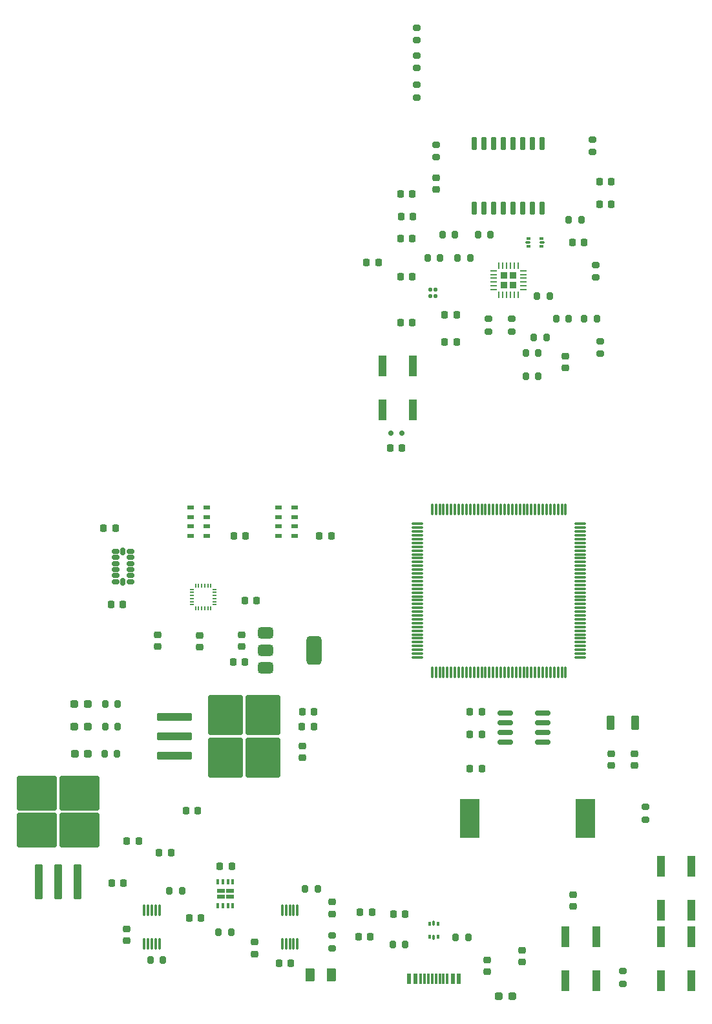
<source format=gbr>
%TF.GenerationSoftware,KiCad,Pcbnew,9.0.6*%
%TF.CreationDate,2025-12-25T01:52:07-08:00*%
%TF.ProjectId,Breakout V1,42726561-6b6f-4757-9420-56312e6b6963,rev?*%
%TF.SameCoordinates,Original*%
%TF.FileFunction,Paste,Top*%
%TF.FilePolarity,Positive*%
%FSLAX46Y46*%
G04 Gerber Fmt 4.6, Leading zero omitted, Abs format (unit mm)*
G04 Created by KiCad (PCBNEW 9.0.6) date 2025-12-25 01:52:07*
%MOMM*%
%LPD*%
G01*
G04 APERTURE LIST*
G04 Aperture macros list*
%AMRoundRect*
0 Rectangle with rounded corners*
0 $1 Rounding radius*
0 $2 $3 $4 $5 $6 $7 $8 $9 X,Y pos of 4 corners*
0 Add a 4 corners polygon primitive as box body*
4,1,4,$2,$3,$4,$5,$6,$7,$8,$9,$2,$3,0*
0 Add four circle primitives for the rounded corners*
1,1,$1+$1,$2,$3*
1,1,$1+$1,$4,$5*
1,1,$1+$1,$6,$7*
1,1,$1+$1,$8,$9*
0 Add four rect primitives between the rounded corners*
20,1,$1+$1,$2,$3,$4,$5,0*
20,1,$1+$1,$4,$5,$6,$7,0*
20,1,$1+$1,$6,$7,$8,$9,0*
20,1,$1+$1,$8,$9,$2,$3,0*%
G04 Aperture macros list end*
%ADD10RoundRect,0.200000X-0.200000X-0.275000X0.200000X-0.275000X0.200000X0.275000X-0.200000X0.275000X0*%
%ADD11RoundRect,0.190000X0.190000X-0.635000X0.190000X0.635000X-0.190000X0.635000X-0.190000X-0.635000X0*%
%ADD12RoundRect,0.117500X-0.117500X0.142500X-0.117500X-0.142500X0.117500X-0.142500X0.117500X0.142500X0*%
%ADD13RoundRect,0.150000X-0.150000X-0.200000X0.150000X-0.200000X0.150000X0.200000X-0.150000X0.200000X0*%
%ADD14RoundRect,0.200000X0.275000X-0.200000X0.275000X0.200000X-0.275000X0.200000X-0.275000X-0.200000X0*%
%ADD15RoundRect,0.200000X-0.275000X0.200000X-0.275000X-0.200000X0.275000X-0.200000X0.275000X0.200000X0*%
%ADD16RoundRect,0.075000X-0.075000X0.650000X-0.075000X-0.650000X0.075000X-0.650000X0.075000X0.650000X0*%
%ADD17RoundRect,0.200000X0.200000X0.275000X-0.200000X0.275000X-0.200000X-0.275000X0.200000X-0.275000X0*%
%ADD18RoundRect,0.225000X-0.225000X-0.250000X0.225000X-0.250000X0.225000X0.250000X-0.225000X0.250000X0*%
%ADD19RoundRect,0.225000X0.225000X0.250000X-0.225000X0.250000X-0.225000X-0.250000X0.225000X-0.250000X0*%
%ADD20RoundRect,0.225000X0.250000X-0.225000X0.250000X0.225000X-0.250000X0.225000X-0.250000X-0.225000X0*%
%ADD21RoundRect,0.375000X-0.625000X-0.375000X0.625000X-0.375000X0.625000X0.375000X-0.625000X0.375000X0*%
%ADD22RoundRect,0.500000X-0.500000X-1.400000X0.500000X-1.400000X0.500000X1.400000X-0.500000X1.400000X0*%
%ADD23R,0.350000X0.650000*%
%ADD24R,1.000000X0.600000*%
%ADD25RoundRect,0.250000X2.375000X-2.025000X2.375000X2.025000X-2.375000X2.025000X-2.375000X-2.025000X0*%
%ADD26RoundRect,0.250000X0.300000X-2.050000X0.300000X2.050000X-0.300000X2.050000X-0.300000X-2.050000X0*%
%ADD27RoundRect,0.093750X-0.156250X-0.093750X0.156250X-0.093750X0.156250X0.093750X-0.156250X0.093750X0*%
%ADD28RoundRect,0.075000X-0.250000X-0.075000X0.250000X-0.075000X0.250000X0.075000X-0.250000X0.075000X0*%
%ADD29RoundRect,0.062500X-0.062500X-0.375000X0.062500X-0.375000X0.062500X0.375000X-0.062500X0.375000X0*%
%ADD30RoundRect,0.062500X-0.375000X-0.062500X0.375000X-0.062500X0.375000X0.062500X-0.375000X0.062500X0*%
%ADD31RoundRect,0.232500X-0.232500X-0.232500X0.232500X-0.232500X0.232500X0.232500X-0.232500X0.232500X0*%
%ADD32R,1.000000X2.750000*%
%ADD33RoundRect,0.250000X-0.275000X-0.700000X0.275000X-0.700000X0.275000X0.700000X-0.275000X0.700000X0*%
%ADD34RoundRect,0.237500X-0.287500X-0.237500X0.287500X-0.237500X0.287500X0.237500X-0.287500X0.237500X0*%
%ADD35RoundRect,0.218750X0.218750X0.256250X-0.218750X0.256250X-0.218750X-0.256250X0.218750X-0.256250X0*%
%ADD36RoundRect,0.218750X-0.256250X0.218750X-0.256250X-0.218750X0.256250X-0.218750X0.256250X0.218750X0*%
%ADD37RoundRect,0.218750X-0.218750X-0.256250X0.218750X-0.256250X0.218750X0.256250X-0.218750X0.256250X0*%
%ADD38RoundRect,0.250000X-0.375000X-0.625000X0.375000X-0.625000X0.375000X0.625000X-0.375000X0.625000X0*%
%ADD39R,0.600000X1.450000*%
%ADD40R,0.300000X1.450000*%
%ADD41RoundRect,0.225000X-0.250000X0.225000X-0.250000X-0.225000X0.250000X-0.225000X0.250000X0.225000X0*%
%ADD42R,2.500000X5.100000*%
%ADD43RoundRect,0.218750X0.256250X-0.218750X0.256250X0.218750X-0.256250X0.218750X-0.256250X-0.218750X0*%
%ADD44RoundRect,0.050000X-0.225000X-0.050000X0.225000X-0.050000X0.225000X0.050000X-0.225000X0.050000X0*%
%ADD45RoundRect,0.050000X0.050000X-0.225000X0.050000X0.225000X-0.050000X0.225000X-0.050000X-0.225000X0*%
%ADD46RoundRect,0.093750X0.093750X-0.156250X0.093750X0.156250X-0.093750X0.156250X-0.093750X-0.156250X0*%
%ADD47RoundRect,0.075000X0.075000X-0.250000X0.075000X0.250000X-0.075000X0.250000X-0.075000X-0.250000X0*%
%ADD48R,0.950000X0.550000*%
%ADD49RoundRect,0.150000X-0.325000X-0.150000X0.325000X-0.150000X0.325000X0.150000X-0.325000X0.150000X0*%
%ADD50RoundRect,0.150000X-0.150000X-0.325000X0.150000X-0.325000X0.150000X0.325000X-0.150000X0.325000X0*%
%ADD51RoundRect,0.075000X0.662500X0.075000X-0.662500X0.075000X-0.662500X-0.075000X0.662500X-0.075000X0*%
%ADD52RoundRect,0.075000X0.075000X0.662500X-0.075000X0.662500X-0.075000X-0.662500X0.075000X-0.662500X0*%
%ADD53RoundRect,0.150000X-0.825000X-0.150000X0.825000X-0.150000X0.825000X0.150000X-0.825000X0.150000X0*%
%ADD54RoundRect,0.250000X-2.025000X-2.375000X2.025000X-2.375000X2.025000X2.375000X-2.025000X2.375000X0*%
%ADD55RoundRect,0.250000X-2.050000X-0.300000X2.050000X-0.300000X2.050000X0.300000X-2.050000X0.300000X0*%
G04 APERTURE END LIST*
D10*
%TO.C,R24*%
X234000000Y-53562500D03*
X235650000Y-53562500D03*
%TD*%
D11*
%TO.C,U15*%
X233500000Y-50072500D03*
X234770000Y-50072500D03*
X236040000Y-50072500D03*
X237310000Y-50072500D03*
X238580000Y-50072500D03*
X239850000Y-50072500D03*
X241120000Y-50072500D03*
X242390000Y-50072500D03*
X242390000Y-41562500D03*
X241120000Y-41562500D03*
X239850000Y-41562500D03*
X238580000Y-41562500D03*
X237310000Y-41562500D03*
X236040000Y-41562500D03*
X234770000Y-41562500D03*
X233500000Y-41562500D03*
%TD*%
D12*
%TO.C,Y3*%
X227755000Y-60742500D03*
X227755000Y-61562500D03*
X228425000Y-61562500D03*
X228425000Y-60742500D03*
%TD*%
D13*
%TO.C,U23*%
X224000000Y-79500000D03*
X222600000Y-79500000D03*
%TD*%
D14*
%TO.C,R19*%
X235425000Y-66212500D03*
X235425000Y-64562500D03*
%TD*%
D15*
%TO.C,R27*%
X249000000Y-42712500D03*
X249000000Y-41062500D03*
%TD*%
D16*
%TO.C,U13*%
X210353412Y-146400000D03*
X209853412Y-146400000D03*
X209353412Y-146400000D03*
X208853412Y-146400000D03*
X208353412Y-146400000D03*
X208353412Y-142000000D03*
X208853412Y-142000000D03*
X209353412Y-142000000D03*
X209853412Y-142000000D03*
X210353412Y-142000000D03*
%TD*%
D17*
%TO.C,R15*%
X241925000Y-72062500D03*
X240275000Y-72062500D03*
%TD*%
%TO.C,R16*%
X241925000Y-69062500D03*
X240275000Y-69062500D03*
%TD*%
%TO.C,R17*%
X249575000Y-64562500D03*
X247925000Y-64562500D03*
%TD*%
D18*
%TO.C,C12*%
X202000000Y-93000000D03*
X203550000Y-93000000D03*
%TD*%
D19*
%TO.C,C16*%
X197275000Y-129000000D03*
X195725000Y-129000000D03*
%TD*%
D20*
%TO.C,C15*%
X188000000Y-144450000D03*
X188000000Y-146000000D03*
%TD*%
D14*
%TO.C,R22*%
X250000000Y-67500000D03*
X250000000Y-69150000D03*
%TD*%
D21*
%TO.C,U12*%
X206200000Y-105700000D03*
X206200000Y-108000000D03*
D22*
X212500000Y-108000000D03*
D21*
X206200000Y-110300000D03*
%TD*%
D23*
%TO.C,U4*%
X201890000Y-141412500D03*
X201240000Y-141412500D03*
X200590000Y-141412500D03*
X199940000Y-141412500D03*
X199940000Y-138312500D03*
X200590000Y-138312500D03*
X201240000Y-138312500D03*
X201890000Y-138312500D03*
D24*
X200315000Y-140250000D03*
X201515000Y-140250000D03*
X200315000Y-139475000D03*
X201515000Y-139475000D03*
%TD*%
D17*
%TO.C,R26*%
X247575000Y-51562500D03*
X245925000Y-51562500D03*
%TD*%
D25*
%TO.C,U11*%
X176225000Y-131550000D03*
X181775000Y-131550000D03*
X176225000Y-126700000D03*
X181775000Y-126700000D03*
D26*
X176460000Y-138275000D03*
X179000000Y-138275000D03*
X181540000Y-138275000D03*
%TD*%
D27*
%TO.C,U16*%
X242350000Y-54025000D03*
D28*
X242425000Y-54562500D03*
D27*
X242350000Y-55100000D03*
X240650000Y-55100000D03*
D28*
X240575000Y-54562500D03*
D27*
X240650000Y-54025000D03*
%TD*%
D17*
%TO.C,R20*%
X245925000Y-64562500D03*
X244275000Y-64562500D03*
%TD*%
D29*
%TO.C,U14*%
X236750000Y-57562500D03*
X237250000Y-57562500D03*
X237750000Y-57562500D03*
X238250000Y-57562500D03*
X238750000Y-57562500D03*
X239250000Y-57562500D03*
D30*
X239937500Y-58250000D03*
X239937500Y-58750000D03*
X239937500Y-59250000D03*
X239937500Y-59750000D03*
X239937500Y-60250000D03*
X239937500Y-60750000D03*
D29*
X239250000Y-61437500D03*
X238750000Y-61437500D03*
X238250000Y-61437500D03*
X237750000Y-61437500D03*
X237250000Y-61437500D03*
X236750000Y-61437500D03*
D30*
X236062500Y-60750000D03*
X236062500Y-60250000D03*
X236062500Y-59750000D03*
X236062500Y-59250000D03*
X236062500Y-58750000D03*
X236062500Y-58250000D03*
D31*
X238625000Y-60125000D03*
X238625000Y-58875000D03*
X237375000Y-60125000D03*
X237375000Y-58875000D03*
%TD*%
D15*
%TO.C,R28*%
X228500000Y-41737500D03*
X228500000Y-43387500D03*
%TD*%
D10*
%TO.C,R23*%
X229350000Y-53562500D03*
X231000000Y-53562500D03*
%TD*%
D32*
%TO.C,SW1*%
X225500000Y-70740000D03*
X225500000Y-76500000D03*
X221500000Y-70740000D03*
X221500000Y-76500000D03*
%TD*%
%TO.C,SW2*%
X249500000Y-145500000D03*
X249500000Y-151260000D03*
X245500000Y-145500000D03*
X245500000Y-151260000D03*
%TD*%
D33*
%TO.C,Y1*%
X251425000Y-117500000D03*
X254575000Y-117500000D03*
%TD*%
D34*
%TO.C,D4*%
X181162500Y-121500000D03*
X182912500Y-121500000D03*
%TD*%
D35*
%TO.C,D5*%
X193787500Y-134500000D03*
X192212500Y-134500000D03*
%TD*%
D36*
%TO.C,D6*%
X214853412Y-142500000D03*
X214853412Y-140925000D03*
%TD*%
D37*
%TO.C,D7*%
X222925000Y-142500000D03*
X224500000Y-142500000D03*
%TD*%
D35*
%TO.C,D8*%
X209500000Y-149000000D03*
X207925000Y-149000000D03*
%TD*%
D36*
%TO.C,F1*%
X239750000Y-147250000D03*
X239750000Y-148825000D03*
%TD*%
D38*
%TO.C,F2*%
X214800000Y-150500000D03*
X212000000Y-150500000D03*
%TD*%
D34*
%TO.C,FB1*%
X238500000Y-153250000D03*
X236750000Y-153250000D03*
%TD*%
D39*
%TO.C,J4*%
X225000000Y-151027471D03*
X225800000Y-151027471D03*
D40*
X227000000Y-151027471D03*
X228000000Y-151027471D03*
X228500000Y-151027471D03*
X229500000Y-151027471D03*
D39*
X230700000Y-151027471D03*
X231500000Y-151027471D03*
X231500000Y-151027471D03*
X230700000Y-151027471D03*
D40*
X230000000Y-151027471D03*
X229000000Y-151027471D03*
X227500000Y-151027471D03*
X226500000Y-151027471D03*
D39*
X225800000Y-151027471D03*
X225000000Y-151027471D03*
%TD*%
D19*
%TO.C,L1*%
X219425000Y-57182500D03*
X220975000Y-57182500D03*
%TD*%
D17*
%TO.C,R1*%
X201665000Y-144893749D03*
X200015000Y-144893749D03*
%TD*%
%TO.C,R2*%
X224500000Y-146500000D03*
X222850000Y-146500000D03*
%TD*%
D10*
%TO.C,R3*%
X231100000Y-145545000D03*
X232750000Y-145545000D03*
%TD*%
%TO.C,R4*%
X186825000Y-115000000D03*
X185175000Y-115000000D03*
%TD*%
%TO.C,R5*%
X186825000Y-118000000D03*
X185175000Y-118000000D03*
%TD*%
%TO.C,R6*%
X185087500Y-121500000D03*
X186737500Y-121500000D03*
%TD*%
%TO.C,R7*%
X191100000Y-148500000D03*
X192750000Y-148500000D03*
%TD*%
D14*
%TO.C,R8*%
X214853412Y-145350000D03*
X214853412Y-147000000D03*
%TD*%
D10*
%TO.C,R9*%
X211350000Y-139250000D03*
X213000000Y-139250000D03*
%TD*%
D14*
%TO.C,R10*%
X256000000Y-130150000D03*
X256000000Y-128500000D03*
%TD*%
D15*
%TO.C,R11*%
X253000000Y-150000000D03*
X253000000Y-151650000D03*
%TD*%
D10*
%TO.C,R12*%
X243000000Y-67000000D03*
X241350000Y-67000000D03*
%TD*%
D17*
%TO.C,R13*%
X243425000Y-61562500D03*
X241775000Y-61562500D03*
%TD*%
D15*
%TO.C,R14*%
X249425000Y-57500000D03*
X249425000Y-59150000D03*
%TD*%
D41*
%TO.C,C31*%
X245500000Y-71000000D03*
X245500000Y-69450000D03*
%TD*%
D19*
%TO.C,C32*%
X231200000Y-67562500D03*
X229650000Y-67562500D03*
%TD*%
%TO.C,C33*%
X229650000Y-64062500D03*
X231200000Y-64062500D03*
%TD*%
%TO.C,C34*%
X223875000Y-48182500D03*
X225425000Y-48182500D03*
%TD*%
D18*
%TO.C,C35*%
X251475000Y-49562500D03*
X249925000Y-49562500D03*
%TD*%
%TO.C,C36*%
X251475000Y-46562500D03*
X249925000Y-46562500D03*
%TD*%
D19*
%TO.C,C37*%
X225425000Y-54062500D03*
X223875000Y-54062500D03*
%TD*%
D18*
%TO.C,C38*%
X223925000Y-51182500D03*
X225475000Y-51182500D03*
%TD*%
%TO.C,C2*%
X203450000Y-101500000D03*
X205000000Y-101500000D03*
%TD*%
D41*
%TO.C,C3*%
X192000000Y-105950000D03*
X192000000Y-107500000D03*
%TD*%
D42*
%TO.C,BT1*%
X248100000Y-130000000D03*
X232900000Y-130000000D03*
%TD*%
D20*
%TO.C,C1*%
X197500000Y-107550000D03*
X197500000Y-106000000D03*
%TD*%
D19*
%TO.C,C39*%
X247925000Y-54562500D03*
X246375000Y-54562500D03*
%TD*%
D41*
%TO.C,C40*%
X228500000Y-46062500D03*
X228500000Y-47612500D03*
%TD*%
D43*
%TO.C,D1*%
X235250000Y-148500000D03*
X235250000Y-150075000D03*
%TD*%
D34*
%TO.C,D3*%
X182875000Y-118000000D03*
X181125000Y-118000000D03*
%TD*%
%TO.C,D2*%
X181125000Y-115000000D03*
X182875000Y-115000000D03*
%TD*%
D10*
%TO.C,R32*%
X193600000Y-139500000D03*
X195250000Y-139500000D03*
%TD*%
D41*
%TO.C,C14*%
X246500000Y-141550000D03*
X246500000Y-140000000D03*
%TD*%
D19*
%TO.C,C17*%
X187550000Y-138500000D03*
X186000000Y-138500000D03*
%TD*%
%TO.C,C18*%
X203500000Y-109500000D03*
X201950000Y-109500000D03*
%TD*%
D20*
%TO.C,C19*%
X211000000Y-122050000D03*
X211000000Y-120500000D03*
%TD*%
D19*
%TO.C,C20*%
X189550000Y-133000000D03*
X188000000Y-133000000D03*
%TD*%
D20*
%TO.C,C21*%
X203000000Y-107500000D03*
X203000000Y-105950000D03*
%TD*%
D18*
%TO.C,C22*%
X220128412Y-142250000D03*
X218578412Y-142250000D03*
%TD*%
%TO.C,C23*%
X219903412Y-145500000D03*
X218353412Y-145500000D03*
%TD*%
D20*
%TO.C,C24*%
X204750000Y-147750000D03*
X204750000Y-146200000D03*
%TD*%
D18*
%TO.C,C25*%
X211000000Y-116000000D03*
X212550000Y-116000000D03*
%TD*%
D19*
%TO.C,C26*%
X212500000Y-118000000D03*
X210950000Y-118000000D03*
%TD*%
D41*
%TO.C,C27*%
X251500000Y-121500000D03*
X251500000Y-123050000D03*
%TD*%
%TO.C,C28*%
X254500000Y-121500000D03*
X254500000Y-123050000D03*
%TD*%
D18*
%TO.C,C29*%
X223875000Y-59062500D03*
X225425000Y-59062500D03*
%TD*%
D19*
%TO.C,C30*%
X223875000Y-65062500D03*
X225425000Y-65062500D03*
%TD*%
D44*
%TO.C,U2*%
X196500000Y-100000000D03*
X196500000Y-100400000D03*
X196500000Y-100800000D03*
X196500000Y-101200000D03*
X196500000Y-101600000D03*
X196500000Y-102000000D03*
D45*
X197000000Y-102500000D03*
X197400000Y-102500000D03*
X197800000Y-102500000D03*
X198200000Y-102500000D03*
X198600000Y-102500000D03*
X199000000Y-102500000D03*
D44*
X199500000Y-102000000D03*
X199500000Y-101600000D03*
X199500000Y-101200000D03*
X199500000Y-100800000D03*
X199500000Y-100400000D03*
X199500000Y-100000000D03*
D45*
X199000000Y-99500000D03*
X198600000Y-99500000D03*
X198200000Y-99500000D03*
X197800000Y-99500000D03*
X197400000Y-99500000D03*
X197000000Y-99500000D03*
%TD*%
D15*
%TO.C,R29*%
X226000000Y-33912500D03*
X226000000Y-35562500D03*
%TD*%
D18*
%TO.C,C8*%
X232950000Y-123500000D03*
X234500000Y-123500000D03*
%TD*%
D19*
%TO.C,C9*%
X234500000Y-116000000D03*
X232950000Y-116000000D03*
%TD*%
D18*
%TO.C,C6*%
X196200000Y-143000000D03*
X197750000Y-143000000D03*
%TD*%
%TO.C,C7*%
X200200000Y-136250000D03*
X201750000Y-136250000D03*
%TD*%
D10*
%TO.C,R25*%
X231350000Y-56562500D03*
X233000000Y-56562500D03*
%TD*%
D46*
%TO.C,U8*%
X227675000Y-145495000D03*
D47*
X228212500Y-145570000D03*
D46*
X228750000Y-145495000D03*
X228750000Y-143795000D03*
D47*
X228212500Y-143720000D03*
D46*
X227675000Y-143795000D03*
%TD*%
D14*
%TO.C,R31*%
X226000000Y-28062500D03*
X226000000Y-26412500D03*
%TD*%
D48*
%TO.C,U7*%
X196350000Y-93000000D03*
X196350000Y-91750000D03*
X196350000Y-90500000D03*
X196350000Y-89250000D03*
X198500000Y-89250000D03*
X198500000Y-90500000D03*
X198500000Y-91750000D03*
X198500000Y-93000000D03*
%TD*%
D17*
%TO.C,R21*%
X229075000Y-56562500D03*
X227425000Y-56562500D03*
%TD*%
D49*
%TO.C,U3*%
X186500000Y-95000000D03*
X186500000Y-95800000D03*
X186500000Y-96600000D03*
X186500000Y-97400000D03*
X186500000Y-98200000D03*
X186500000Y-99000000D03*
D50*
X187500000Y-99000000D03*
D49*
X188500000Y-99000000D03*
X188500000Y-98200000D03*
X188500000Y-97400000D03*
X188500000Y-96600000D03*
X188500000Y-95800000D03*
X188500000Y-95000000D03*
D50*
X187500000Y-95000000D03*
%TD*%
D18*
%TO.C,C11*%
X213225000Y-93000000D03*
X214775000Y-93000000D03*
%TD*%
D48*
%TO.C,U6*%
X210000000Y-93000000D03*
X210000000Y-91750000D03*
X210000000Y-90500000D03*
X210000000Y-89250000D03*
X207850000Y-89250000D03*
X207850000Y-90500000D03*
X207850000Y-91750000D03*
X207850000Y-93000000D03*
%TD*%
D32*
%TO.C,SW4*%
X262000000Y-145500000D03*
X262000000Y-151260000D03*
X258000000Y-145500000D03*
X258000000Y-151260000D03*
%TD*%
D51*
%TO.C,U1*%
X247412500Y-108912500D03*
X247412500Y-108412500D03*
X247412500Y-107912500D03*
X247412500Y-107412500D03*
X247412500Y-106912500D03*
X247412500Y-106412500D03*
X247412500Y-105912500D03*
X247412500Y-105412500D03*
X247412500Y-104912500D03*
X247412500Y-104412500D03*
X247412500Y-103912500D03*
X247412500Y-103412500D03*
X247412500Y-102912500D03*
X247412500Y-102412500D03*
X247412500Y-101912500D03*
X247412500Y-101412500D03*
X247412500Y-100912500D03*
X247412500Y-100412500D03*
X247412500Y-99912500D03*
X247412500Y-99412500D03*
X247412500Y-98912500D03*
X247412500Y-98412500D03*
X247412500Y-97912500D03*
X247412500Y-97412500D03*
X247412500Y-96912500D03*
X247412500Y-96412500D03*
X247412500Y-95912500D03*
X247412500Y-95412500D03*
X247412500Y-94912500D03*
X247412500Y-94412500D03*
X247412500Y-93912500D03*
X247412500Y-93412500D03*
X247412500Y-92912500D03*
X247412500Y-92412500D03*
X247412500Y-91912500D03*
X247412500Y-91412500D03*
D52*
X245500000Y-89500000D03*
X245000000Y-89500000D03*
X244500000Y-89500000D03*
X244000000Y-89500000D03*
X243500000Y-89500000D03*
X243000000Y-89500000D03*
X242500000Y-89500000D03*
X242000000Y-89500000D03*
X241500000Y-89500000D03*
X241000000Y-89500000D03*
X240500000Y-89500000D03*
X240000000Y-89500000D03*
X239500000Y-89500000D03*
X239000000Y-89500000D03*
X238500000Y-89500000D03*
X238000000Y-89500000D03*
X237500000Y-89500000D03*
X237000000Y-89500000D03*
X236500000Y-89500000D03*
X236000000Y-89500000D03*
X235500000Y-89500000D03*
X235000000Y-89500000D03*
X234500000Y-89500000D03*
X234000000Y-89500000D03*
X233500000Y-89500000D03*
X233000000Y-89500000D03*
X232500000Y-89500000D03*
X232000000Y-89500000D03*
X231500000Y-89500000D03*
X231000000Y-89500000D03*
X230500000Y-89500000D03*
X230000000Y-89500000D03*
X229500000Y-89500000D03*
X229000000Y-89500000D03*
X228500000Y-89500000D03*
X228000000Y-89500000D03*
D51*
X226087500Y-91412500D03*
X226087500Y-91912500D03*
X226087500Y-92412500D03*
X226087500Y-92912500D03*
X226087500Y-93412500D03*
X226087500Y-93912500D03*
X226087500Y-94412500D03*
X226087500Y-94912500D03*
X226087500Y-95412500D03*
X226087500Y-95912500D03*
X226087500Y-96412500D03*
X226087500Y-96912500D03*
X226087500Y-97412500D03*
X226087500Y-97912500D03*
X226087500Y-98412500D03*
X226087500Y-98912500D03*
X226087500Y-99412500D03*
X226087500Y-99912500D03*
X226087500Y-100412500D03*
X226087500Y-100912500D03*
X226087500Y-101412500D03*
X226087500Y-101912500D03*
X226087500Y-102412500D03*
X226087500Y-102912500D03*
X226087500Y-103412500D03*
X226087500Y-103912500D03*
X226087500Y-104412500D03*
X226087500Y-104912500D03*
X226087500Y-105412500D03*
X226087500Y-105912500D03*
X226087500Y-106412500D03*
X226087500Y-106912500D03*
X226087500Y-107412500D03*
X226087500Y-107912500D03*
X226087500Y-108412500D03*
X226087500Y-108912500D03*
D52*
X228000000Y-110825000D03*
X228500000Y-110825000D03*
X229000000Y-110825000D03*
X229500000Y-110825000D03*
X230000000Y-110825000D03*
X230500000Y-110825000D03*
X231000000Y-110825000D03*
X231500000Y-110825000D03*
X232000000Y-110825000D03*
X232500000Y-110825000D03*
X233000000Y-110825000D03*
X233500000Y-110825000D03*
X234000000Y-110825000D03*
X234500000Y-110825000D03*
X235000000Y-110825000D03*
X235500000Y-110825000D03*
X236000000Y-110825000D03*
X236500000Y-110825000D03*
X237000000Y-110825000D03*
X237500000Y-110825000D03*
X238000000Y-110825000D03*
X238500000Y-110825000D03*
X239000000Y-110825000D03*
X239500000Y-110825000D03*
X240000000Y-110825000D03*
X240500000Y-110825000D03*
X241000000Y-110825000D03*
X241500000Y-110825000D03*
X242000000Y-110825000D03*
X242500000Y-110825000D03*
X243000000Y-110825000D03*
X243500000Y-110825000D03*
X244000000Y-110825000D03*
X244500000Y-110825000D03*
X245000000Y-110825000D03*
X245500000Y-110825000D03*
%TD*%
D32*
%TO.C,SW3*%
X262000000Y-136240000D03*
X262000000Y-142000000D03*
X258000000Y-136240000D03*
X258000000Y-142000000D03*
%TD*%
D16*
%TO.C,U9*%
X192250000Y-146400000D03*
X191750000Y-146400000D03*
X191250000Y-146400000D03*
X190750000Y-146400000D03*
X190250000Y-146400000D03*
X190250000Y-142000000D03*
X190750000Y-142000000D03*
X191250000Y-142000000D03*
X191750000Y-142000000D03*
X192250000Y-142000000D03*
%TD*%
D15*
%TO.C,R30*%
X226000000Y-30062500D03*
X226000000Y-31712500D03*
%TD*%
D53*
%TO.C,U5*%
X237550000Y-116230000D03*
X237550000Y-117500000D03*
X237550000Y-118770000D03*
X237550000Y-120040000D03*
X242500000Y-120040000D03*
X242500000Y-118770000D03*
X242500000Y-117500000D03*
X242500000Y-116230000D03*
%TD*%
D54*
%TO.C,U10*%
X200950000Y-116450000D03*
X200950000Y-122000000D03*
X205800000Y-116450000D03*
X205800000Y-122000000D03*
D55*
X194225000Y-116685000D03*
X194225000Y-119225000D03*
X194225000Y-121765000D03*
%TD*%
D14*
%TO.C,R18*%
X238425000Y-66212500D03*
X238425000Y-64562500D03*
%TD*%
D18*
%TO.C,C13*%
X222500000Y-81500000D03*
X224050000Y-81500000D03*
%TD*%
%TO.C,C4*%
X184950000Y-92000000D03*
X186500000Y-92000000D03*
%TD*%
%TO.C,C5*%
X185950000Y-102000000D03*
X187500000Y-102000000D03*
%TD*%
D19*
%TO.C,C10*%
X234500000Y-119000000D03*
X232950000Y-119000000D03*
%TD*%
M02*

</source>
